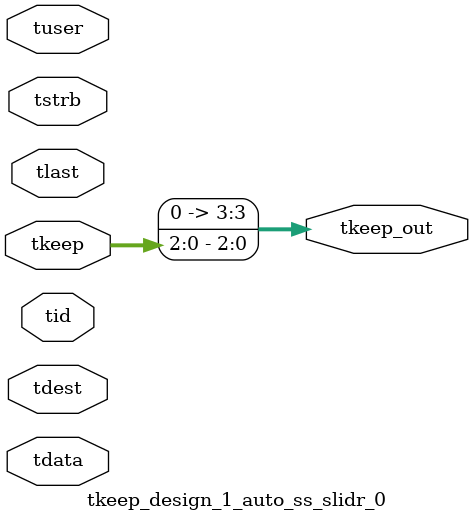
<source format=v>


`timescale 1ps/1ps

module tkeep_design_1_auto_ss_slidr_0 #
(
parameter C_S_AXIS_TDATA_WIDTH = 32,
parameter C_S_AXIS_TUSER_WIDTH = 0,
parameter C_S_AXIS_TID_WIDTH   = 0,
parameter C_S_AXIS_TDEST_WIDTH = 0,
parameter C_M_AXIS_TDATA_WIDTH = 32
)
(
input  [(C_S_AXIS_TDATA_WIDTH == 0 ? 1 : C_S_AXIS_TDATA_WIDTH)-1:0     ] tdata,
input  [(C_S_AXIS_TUSER_WIDTH == 0 ? 1 : C_S_AXIS_TUSER_WIDTH)-1:0     ] tuser,
input  [(C_S_AXIS_TID_WIDTH   == 0 ? 1 : C_S_AXIS_TID_WIDTH)-1:0       ] tid,
input  [(C_S_AXIS_TDEST_WIDTH == 0 ? 1 : C_S_AXIS_TDEST_WIDTH)-1:0     ] tdest,
input  [(C_S_AXIS_TDATA_WIDTH/8)-1:0 ] tkeep,
input  [(C_S_AXIS_TDATA_WIDTH/8)-1:0 ] tstrb,
input                                                                    tlast,
output [(C_M_AXIS_TDATA_WIDTH/8)-1:0 ] tkeep_out
);

assign tkeep_out = {tkeep[2:0]};

endmodule


</source>
